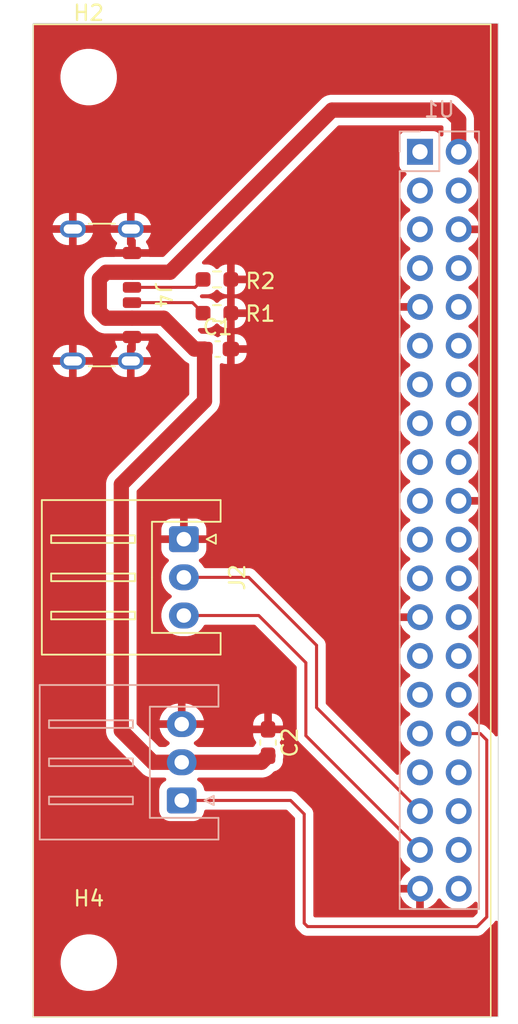
<source format=kicad_pcb>
(kicad_pcb (version 20240108) (generator "pcbnew") (generator_version "8.0")
  (layers (0 "F.Cu" signal) (31 "B.Cu" signal) (34 "B.Paste" user) (35 "F.Paste" user) (36 "B.SilkS" user "B.Silkscreen") (37 "F.SilkS" user "F.Silkscreen") (38 "B.Mask" user) (39 "F.Mask" user) (44 "Edge.Cuts" user))
  (net 0 "")
  (net 1 "+5V")
  (net 2 "GND")
  (net 3 "LED_Success")
  (net 4 "LED_Failure")
  (net 5 "Servo_sig")
  (net 15 "Net-(J4-CC2)")
  (net 27 "Net-(J4-CC1)")
  (footprint "Connector_JST:JST_XH_S3B-XH-A_1x03_P2.50mm_Horizontal" (layer "F.Cu") (at 134.38 78.71 -90)
    (property "Reference" "J2" (at 2.5 -3.5 90) (layer "F.SilkS"))
    (property "Value" "LED")
    (fp_line (start -2.56 9.31) (end -2.56 -2.41) (stroke (width 0.12)) (layer "F.SilkS"))
    (fp_line (start 2.5 9.31) (end -2.56 9.31) (stroke (width 0.12)) (layer "F.SilkS"))
    (fp_line (start 2.5 9.31) (end 7.56 9.31) (stroke (width 0.12)) (layer "F.SilkS"))
    (fp_line (start 7.56 9.31) (end 7.56 -2.41) (stroke (width 0.12)) (layer "F.SilkS"))
    (fp_line (start -0.25 8.7) (end 0.25 8.7) (stroke (width 0.12)) (layer "F.SilkS"))
    (fp_line (start 0.25 8.7) (end 0.25 3.2) (stroke (width 0.12)) (layer "F.SilkS"))
    (fp_line (start 2.25 8.7) (end 2.75 8.7) (stroke (width 0.12)) (layer "F.SilkS"))
    (fp_line (start 2.75 8.7) (end 2.75 3.2) (stroke (width 0.12)) (layer "F.SilkS"))
    (fp_line (start 4.75 8.7) (end 5.25 8.7) (stroke (width 0.12)) (layer "F.SilkS"))
    (fp_line (start 5.25 8.7) (end 5.25 3.2) (stroke (width 0.12)) (layer "F.SilkS"))
    (fp_line (start -0.25 3.2) (end -0.25 8.7) (stroke (width 0.12)) (layer "F.SilkS"))
    (fp_line (start 0.25 3.2) (end -0.25 3.2) (stroke (width 0.12)) (layer "F.SilkS"))
    (fp_line (start 2.25 3.2) (end 2.25 8.7) (stroke (width 0.12)) (layer "F.SilkS"))
    (fp_line (start 2.75 3.2) (end 2.25 3.2) (stroke (width 0.12)) (layer "F.SilkS"))
    (fp_line (start 4.75 3.2) (end 4.75 8.7) (stroke (width 0.12)) (layer "F.SilkS"))
    (fp_line (start 5.25 3.2) (end 4.75 3.2) (stroke (width 0.12)) (layer "F.SilkS"))
    (fp_line (start -1.14 2.09) (end 2.5 2.09) (stroke (width 0.12)) (layer "F.SilkS"))
    (fp_line (start 6.14 2.09) (end 2.5 2.09) (stroke (width 0.12)) (layer "F.SilkS"))
    (fp_line (start 0 -1.5) (end -0.3 -2.1) (stroke (width 0.12)) (layer "F.SilkS"))
    (fp_line (start -0.3 -2.1) (end 0.3 -2.1) (stroke (width 0.12)) (layer "F.SilkS"))
    (fp_line (start 0.3 -2.1) (end 0 -1.5) (stroke (width 0.12)) (layer "F.SilkS"))
    (fp_line (start -2.56 -2.41) (end -1.14 -2.41) (stroke (width 0.12)) (layer "F.SilkS"))
    (fp_line (start -1.14 -2.41) (end -1.14 2.09) (stroke (width 0.12)) (layer "F.SilkS"))
    (fp_line (start 6.14 -2.41) (end 6.14 2.09) (stroke (width 0.12)) (layer "F.SilkS"))
    (fp_line (start 7.56 -2.41) (end 6.14 -2.41) (stroke (width 0.12)) (layer "F.SilkS"))
    (pad "1" thru_hole roundrect (at 0 0 270) (size 1.7 1.95) (drill 0.95) (layers "*.Cu" "*.Mask") (roundrect_rratio 0.147059) (net 2 "GND"))
    (pad "2" thru_hole oval (at 2.5 0 270) (size 1.7 1.95) (drill 0.95) (layers "*.Cu" "*.Mask") (net 3 "LED_Success"))
    (pad "3" thru_hole oval (at 5 0 270) (size 1.7 1.95) (drill 0.95) (layers "*.Cu" "*.Mask") (net 4 "LED_Failure"))
  )
  (footprint "MountingHole:MountingHole_3.2mm_M3" (layer "F.Cu") (at 128.15 106.44)
    (property "Reference" "H4" (at 0 -4.2 0) (layer "F.SilkS"))
    (property "Value" "MountingHole" (hide yes))
    (pad "" np_thru_hole circle (at 0 0) (size 3.2 3.2) (drill 3.2) (layers "*.Cu" "*.Mask"))
  )
  (footprint "Capacitor_SMD:C_0603_1608Metric_Pad1.08x0.95mm_HandSolder" (layer "F.Cu") (at 139.9 92.0275 -90)
    (property "Reference" "C2" (at 0 -1.43 90) (layer "F.SilkS"))
    (property "Value" "2.2u")
    (fp_line (start -0.146267 0.51) (end 0.146267 0.51) (stroke (width 0.12)) (layer "F.SilkS"))
    (fp_line (start -0.146267 -0.51) (end 0.146267 -0.51) (stroke (width 0.12)) (layer "F.SilkS"))
    (pad "1" smd roundrect (at -0.8625 0 270) (size 1.075 0.95) (layers "F.Cu" "F.Paste" "F.Mask") (net 2 "GND"))
    (pad "2" smd roundrect (at 0.8625 0 270) (size 1.075 0.95) (layers "F.Cu" "F.Paste" "F.Mask") (net 1 "+5V"))
  )
  (footprint "MountingHole:MountingHole_3.2mm_M3" (layer "F.Cu") (at 128.14 48.45)
    (property "Reference" "H2" (at 0 -4.2 0) (layer "F.SilkS"))
    (property "Value" "MountingHole")
    (pad "" np_thru_hole circle (at 0 0) (size 3.2 3.2) (drill 3.2) (layers "*.Cu" "*.Mask"))
  )
  (footprint "Resistor_SMD:R_0603_1608Metric_Pad0.98x0.95mm_HandSolder" (layer "F.Cu") (at 136.55 63.91)
    (property "Reference" "R1" (at 2.84 0.04 0) (layer "F.SilkS"))
    (property "Value" "5.1k")
    (fp_line (start -0.254724 -0.5225) (end 0.254724 -0.5225) (stroke (width 0.12)) (layer "F.SilkS"))
    (fp_line (start -0.254724 0.5225) (end 0.254724 0.5225) (stroke (width 0.12)) (layer "F.SilkS"))
    (pad "1" smd roundrect (at -0.9125 0) (size 0.975 0.95) (layers "F.Cu" "F.Paste" "F.Mask") (net 15 "Net-(J4-CC2)"))
    (pad "2" smd roundrect (at 0.9125 0) (size 0.975 0.95) (layers "F.Cu" "F.Paste" "F.Mask") (net 2 "GND"))
  )
  (footprint "Connector_USB:USB_C_Receptacle_GCT_USB4125-xx-x_6P_TopMnt_Horizontal" (layer "F.Cu") (at 127.9 62.72 -90)
    (property "Reference" "J4" (at 0 -5.1 -90) (layer "F.SilkS"))
    (property "Value" "USB_C_Receptacle_PowerOnly_6P")
    (fp_line (start -4.67 -0.25) (end -4.67 -1.95) (stroke (width 0.12)) (layer "F.SilkS"))
    (fp_line (start 4.67 -0.25) (end 4.67 -1.95) (stroke (width 0.12)) (layer "F.SilkS"))
    (pad "A5" smd roundrect (at -0.5 -3.08 270) (size 0.7 1.2) (layers "F.Cu" "F.Paste" "F.Mask") (net 27 "Net-(J4-CC1)"))
    (pad "A9" smd roundrect (at 1.52 -3.08 90) (size 0.76 1.2) (layers "F.Cu" "F.Paste" "F.Mask") (net 1 "+5V"))
    (pad "A12" smd roundrect (at 2.75 -3.08 90) (size 0.8 1.2) (layers "F.Cu" "F.Paste" "F.Mask") (net 2 "GND"))
    (pad "B5" smd roundrect (at 0.5 -3.08 90) (size 0.7 1.2) (layers "F.Cu" "F.Paste" "F.Mask") (net 15 "Net-(J4-CC2)"))
    (pad "B9" smd roundrect (at -1.52 -3.08 270) (size 0.76 1.2) (layers "F.Cu" "F.Paste" "F.Mask") (net 1 "+5V"))
    (pad "B12" smd roundrect (at -2.75 -3.08 270) (size 0.8 1.2) (layers "F.Cu" "F.Paste" "F.Mask") (net 2 "GND"))
    (pad "S1" thru_hole oval (at -4.32 -3 270) (size 1.1 1.7) (drill oval 0.6 1.2) (layers "*.Cu" "*.Mask" "F.Paste") (net 2 "GND"))
    (pad "S1" thru_hole oval (at -4.32 0.8 270) (size 1.1 1.7) (drill oval 0.6 1.2) (layers "*.Cu" "*.Mask" "F.Paste") (net 2 "GND"))
    (pad "S1" thru_hole oval (at 4.32 -3 270) (size 1.1 1.7) (drill oval 0.6 1.2) (layers "*.Cu" "*.Mask" "F.Paste") (net 2 "GND"))
    (pad "S1" thru_hole oval (at 4.32 0.8 270) (size 1.1 1.7) (drill oval 0.6 1.2) (layers "*.Cu" "*.Mask" "F.Paste") (net 2 "GND"))
  )
  (footprint "Capacitor_SMD:C_0603_1608Metric_Pad1.08x0.95mm_HandSolder" (layer "F.Cu") (at 136.5975 66.26)
    (property "Reference" "C1" (at 0 -1.43 0) (layer "F.SilkS"))
    (property "Value" "2.2u")
    (fp_line (start -0.146267 -0.51) (end 0.146267 -0.51) (stroke (width 0.12)) (layer "F.SilkS"))
    (fp_line (start -0.146267 0.51) (end 0.146267 0.51) (stroke (width 0.12)) (layer "F.SilkS"))
    (pad "1" smd roundrect (at -0.8625 0) (size 1.075 0.95) (layers "F.Cu" "F.Paste" "F.Mask") (net 1 "+5V"))
    (pad "2" smd roundrect (at 0.8625 0) (size 1.075 0.95) (layers "F.Cu" "F.Paste" "F.Mask") (net 2 "GND"))
  )
  (footprint "Resistor_SMD:R_0603_1608Metric_Pad0.98x0.95mm_HandSolder" (layer "F.Cu") (at 136.55 61.7)
    (property "Reference" "R2" (at 2.85 0.11 0) (layer "F.SilkS"))
    (property "Value" "5.1k")
    (fp_line (start -0.254724 -0.5225) (end 0.254724 -0.5225) (stroke (width 0.12)) (layer "F.SilkS"))
    (fp_line (start -0.254724 0.5225) (end 0.254724 0.5225) (stroke (width 0.12)) (layer "F.SilkS"))
    (pad "1" smd roundrect (at -0.9125 0) (size 0.975 0.95) (layers "F.Cu" "F.Paste" "F.Mask") (net 27 "Net-(J4-CC1)"))
    (pad "2" smd roundrect (at 0.9125 0) (size 0.975 0.95) (layers "F.Cu" "F.Paste" "F.Mask") (net 2 "GND"))
  )
  (footprint "Connector_PinSocket_2.54mm:PinSocket_2x20_P2.54mm_Vertical" (layer "B.Cu") (at 149.86 53.34 180)
    (property "Reference" "U1" (at -1.27 2.77 180) (layer "B.SilkS") (effects (justify mirror)))
    (property "Value" "~")
    (fp_line (start 1.33 1.33) (end 0 1.33) (stroke (width 0.12)) (layer "B.SilkS"))
    (fp_line (start 1.33 0) (end 1.33 1.33) (stroke (width 0.12)) (layer "B.SilkS"))
    (fp_line (start 1.33 -1.27) (end -1.27 -1.27) (stroke (width 0.12)) (layer "B.SilkS"))
    (fp_line (start 1.33 -49.59) (end 1.33 -1.27) (stroke (width 0.12)) (layer "B.SilkS"))
    (fp_line (start 1.33 -49.59) (end -3.87 -49.59) (stroke (width 0.12)) (layer "B.SilkS"))
    (fp_line (start -1.27 1.33) (end -3.87 1.33) (stroke (width 0.12)) (layer "B.SilkS"))
    (fp_line (start -1.27 -1.27) (end -1.27 1.33) (stroke (width 0.12)) (layer "B.SilkS"))
    (fp_line (start -3.87 -49.59) (end -3.87 1.33) (stroke (width 0.12)) (layer "B.SilkS"))
    (pad "1" thru_hole rect (at 0 0 180) (size 1.7 1.7) (drill 1) (layers "*.Cu" "*.Mask"))
    (pad "2" thru_hole oval (at -2.54 0 180) (size 1.7 1.7) (drill 1) (layers "*.Cu" "*.Mask") (net 1 "+5V"))
    (pad "3" thru_hole oval (at 0 -2.54 180) (size 1.7 1.7) (drill 1) (layers "*.Cu" "*.Mask"))
    (pad "4" thru_hole oval (at -2.54 -2.54 180) (size 1.7 1.7) (drill 1) (layers "*.Cu" "*.Mask"))
    (pad "5" thru_hole oval (at 0 -5.08 180) (size 1.7 1.7) (drill 1) (layers "*.Cu" "*.Mask"))
    (pad "6" thru_hole oval (at -2.54 -5.08 180) (size 1.7 1.7) (drill 1) (layers "*.Cu" "*.Mask") (net 2 "GND"))
    (pad "7" thru_hole oval (at 0 -7.62 180) (size 1.7 1.7) (drill 1) (layers "*.Cu" "*.Mask"))
    (pad "8" thru_hole oval (at -2.54 -7.62 180) (size 1.7 1.7) (drill 1) (layers "*.Cu" "*.Mask"))
    (pad "9" thru_hole oval (at 0 -10.16 180) (size 1.7 1.7) (drill 1) (layers "*.Cu" "*.Mask") (net 2 "GND"))
    (pad "10" thru_hole oval (at -2.54 -10.16 180) (size 1.7 1.7) (drill 1) (layers "*.Cu" "*.Mask"))
    (pad "11" thru_hole oval (at 0 -12.7 180) (size 1.7 1.7) (drill 1) (layers "*.Cu" "*.Mask"))
    (pad "12" thru_hole oval (at -2.54 -12.7 180) (size 1.7 1.7) (drill 1) (layers "*.Cu" "*.Mask"))
    (pad "13" thru_hole oval (at 0 -15.24 180) (size 1.7 1.7) (drill 1) (layers "*.Cu" "*.Mask"))
    (pad "14" thru_hole oval (at -2.54 -15.24 180) (size 1.7 1.7) (drill 1) (layers "*.Cu" "*.Mask"))
    (pad "15" thru_hole oval (at 0 -17.78 180) (size 1.7 1.7) (drill 1) (layers "*.Cu" "*.Mask"))
    (pad "16" thru_hole oval (at -2.54 -17.78 180) (size 1.7 1.7) (drill 1) (layers "*.Cu" "*.Mask"))
    (pad "17" thru_hole oval (at 0 -20.32 180) (size 1.7 1.7) (drill 1) (layers "*.Cu" "*.Mask"))
    (pad "18" thru_hole oval (at -2.54 -20.32 180) (size 1.7 1.7) (drill 1) (layers "*.Cu" "*.Mask"))
    (pad "19" thru_hole oval (at 0 -22.86 180) (size 1.7 1.7) (drill 1) (layers "*.Cu" "*.Mask"))
    (pad "20" thru_hole oval (at -2.54 -22.86 180) (size 1.7 1.7) (drill 1) (layers "*.Cu" "*.Mask") (net 2 "GND"))
    (pad "21" thru_hole oval (at 0 -25.4 180) (size 1.7 1.7) (drill 1) (layers "*.Cu" "*.Mask"))
    (pad "22" thru_hole oval (at -2.54 -25.4 180) (size 1.7 1.7) (drill 1) (layers "*.Cu" "*.Mask"))
    (pad "23" thru_hole oval (at 0 -27.94 180) (size 1.7 1.7) (drill 1) (layers "*.Cu" "*.Mask"))
    (pad "24" thru_hole oval (at -2.54 -27.94 180) (size 1.7 1.7) (drill 1) (layers "*.Cu" "*.Mask"))
    (pad "25" thru_hole oval (at 0 -30.48 180) (size 1.7 1.7) (drill 1) (layers "*.Cu" "*.Mask") (net 2 "GND"))
    (pad "26" thru_hole oval (at -2.54 -30.48 180) (size 1.7 1.7) (drill 1) (layers "*.Cu" "*.Mask"))
    (pad "27" thru_hole oval (at 0 -33.02 180) (size 1.7 1.7) (drill 1) (layers "*.Cu" "*.Mask"))
    (pad "28" thru_hole oval (at -2.54 -33.02 180) (size 1.7 1.7) (drill 1) (layers "*.Cu" "*.Mask"))
    (pad "29" thru_hole oval (at 0 -35.56 180) (size 1.7 1.7) (drill 1) (layers "*.Cu" "*.Mask"))
    (pad "30" thru_hole oval (at -2.54 -35.56 180) (size 1.7 1.7) (drill 1) (layers "*.Cu" "*.Mask"))
    (pad "31" thru_hole oval (at 0 -38.1 180) (size 1.7 1.7) (drill 1) (layers "*.Cu" "*.Mask"))
    (pad "32" thru_hole oval (at -2.54 -38.1 180) (size 1.7 1.7) (drill 1) (layers "*.Cu" "*.Mask") (net 5 "Servo_sig"))
    (pad "33" thru_hole oval (at 0 -40.64 180) (size 1.7 1.7) (drill 1) (layers "*.Cu" "*.Mask"))
    (pad "34" thru_hole oval (at -2.54 -40.64 180) (size 1.7 1.7) (drill 1) (layers "*.Cu" "*.Mask"))
    (pad "35" thru_hole oval (at 0 -43.18 180) (size 1.7 1.7) (drill 1) (layers "*.Cu" "*.Mask") (net 3 "LED_Success"))
    (pad "36" thru_hole oval (at -2.54 -43.18 180) (size 1.7 1.7) (drill 1) (layers "*.Cu" "*.Mask"))
    (pad "37" thru_hole oval (at 0 -45.72 180) (size 1.7 1.7) (drill 1) (layers "*.Cu" "*.Mask") (net 4 "LED_Failure"))
    (pad "38" thru_hole oval (at -2.54 -45.72 180) (size 1.7 1.7) (drill 1) (layers "*.Cu" "*.Mask"))
    (pad "39" thru_hole oval (at 0 -48.26 180) (size 1.7 1.7) (drill 1) (layers "*.Cu" "*.Mask") (net 2 "GND"))
    (pad "40" thru_hole oval (at -2.54 -48.26 180) (size 1.7 1.7) (drill 1) (layers "*.Cu" "*.Mask"))
  )
  (footprint "Connector_JST:JST_XH_S3B-XH-A_1x03_P2.50mm_Horizontal" (layer "B.Cu") (at 134.24 95.82 90)
    (property "Reference" "J3" (hide yes))
    (property "Value" "Servo")
    (fp_line (start 7.56 -9.31) (end 2.5 -9.31) (stroke (width 0.12)) (layer "B.SilkS"))
    (fp_line (start -2.56 -9.31) (end 2.5 -9.31) (stroke (width 0.12)) (layer "B.SilkS"))
    (fp_line (start 5.25 -8.7) (end 4.75 -8.7) (stroke (width 0.12)) (layer "B.SilkS"))
    (fp_line (start 4.75 -8.7) (end 4.75 -3.2) (stroke (width 0.12)) (layer "B.SilkS"))
    (fp_line (start 2.75 -8.7) (end 2.25 -8.7) (stroke (width 0.12)) (layer "B.SilkS"))
    (fp_line (start 2.25 -8.7) (end 2.25 -3.2) (stroke (width 0.12)) (layer "B.SilkS"))
    (fp_line (start 0.25 -8.7) (end -0.25 -8.7) (stroke (width 0.12)) (layer "B.SilkS"))
    (fp_line (start -0.25 -8.7) (end -0.25 -3.2) (stroke (width 0.12)) (layer "B.SilkS"))
    (fp_line (start 5.25 -3.2) (end 5.25 -8.7) (stroke (width 0.12)) (layer "B.SilkS"))
    (fp_line (start 4.75 -3.2) (end 5.25 -3.2) (stroke (width 0.12)) (layer "B.SilkS"))
    (fp_line (start 2.75 -3.2) (end 2.75 -8.7) (stroke (width 0.12)) (layer "B.SilkS"))
    (fp_line (start 2.25 -3.2) (end 2.75 -3.2) (stroke (width 0.12)) (layer "B.SilkS"))
    (fp_line (start 0.25 -3.2) (end 0.25 -8.7) (stroke (width 0.12)) (layer "B.SilkS"))
    (fp_line (start -0.25 -3.2) (end 0.25 -3.2) (stroke (width 0.12)) (layer "B.SilkS"))
    (fp_line (start 6.14 -2.09) (end 6.14 2.41) (stroke (width 0.12)) (layer "B.SilkS"))
    (fp_line (start 2.5 -2.09) (end 6.14 -2.09) (stroke (width 0.12)) (layer "B.SilkS"))
    (fp_line (start 2.5 -2.09) (end -1.14 -2.09) (stroke (width 0.12)) (layer "B.SilkS"))
    (fp_line (start -1.14 -2.09) (end -1.14 2.41) (stroke (width 0.12)) (layer "B.SilkS"))
    (fp_line (start 0 1.5) (end 0.3 2.1) (stroke (width 0.12)) (layer "B.SilkS"))
    (fp_line (start 0.3 2.1) (end -0.3 2.1) (stroke (width 0.12)) (layer "B.SilkS"))
    (fp_line (start -0.3 2.1) (end 0 1.5) (stroke (width 0.12)) (layer "B.SilkS"))
    (fp_line (start 7.56 2.41) (end 7.56 -9.31) (stroke (width 0.12)) (layer "B.SilkS"))
    (fp_line (start 6.14 2.41) (end 7.56 2.41) (stroke (width 0.12)) (layer "B.SilkS"))
    (fp_line (start -1.14 2.41) (end -2.56 2.41) (stroke (width 0.12)) (layer "B.SilkS"))
    (fp_line (start -2.56 2.41) (end -2.56 -9.31) (stroke (width 0.12)) (layer "B.SilkS"))
    (pad "1" thru_hole roundrect (at 0 0 90) (size 1.7 1.95) (drill 0.95) (layers "*.Cu" "*.Mask") (roundrect_rratio 0.147059) (net 5 "Servo_sig"))
    (pad "2" thru_hole oval (at 2.5 0 90) (size 1.7 1.95) (drill 0.95) (layers "*.Cu" "*.Mask") (net 1 "+5V"))
    (pad "3" thru_hole oval (at 5 0 90) (size 1.7 1.95) (drill 0.95) (layers "*.Cu" "*.Mask") (net 2 "GND"))
  )
  (gr_rect (start 124.5 45) (end 154.5 110) (stroke (width 0.1)) (fill none) (layer "F.SilkS"))
  (gr_rect (start 124.5 44.93) (end 154.99 109.99) (stroke (width 0.05)) (fill none) (layer "Edge.Cuts"))
  (segment (start 129.27 64.24) (end 128.84 63.81) (width 1) (layer "F.Cu") (net 1))
  (segment (start 133.47 61.23) (end 144.09 50.61) (width 1) (layer "F.Cu") (net 1))
  (segment (start 130.98 64.24) (end 133.06 64.24) (width 1) (layer "F.Cu") (net 1))
  (segment (start 130.28 91.25) (end 130.28 75.12) (width 1) (layer "F.Cu") (net 1))
  (segment (start 133.06 64.24) (end 135.08 66.26) (width 1) (layer "F.Cu") (net 1))
  (segment (start 151.77 50.61) (end 152.4 51.24) (width 1) (layer "F.Cu") (net 1))
  (segment (start 128.84 63.81) (end 128.84 61.67) (width 1) (layer "F.Cu") (net 1))
  (segment (start 144.09 50.61) (end 151.77 50.61) (width 1) (layer "F.Cu") (net 1))
  (segment (start 134.24 93.32) (end 132.35 93.32) (width 1) (layer "F.Cu") (net 1))
  (segment (start 130.98 64.24) (end 129.27 64.24) (width 1) (layer "F.Cu") (net 1))
  (segment (start 132.35 93.32) (end 130.28 91.25) (width 1) (layer "F.Cu") (net 1))
  (segment (start 134.24 93.32) (end 139.47 93.32) (width 1) (layer "F.Cu") (net 1))
  (segment (start 139.47 93.32) (end 139.9 92.89) (width 1) (layer "F.Cu") (net 1))
  (segment (start 135.08 66.26) (end 135.735 66.26) (width 1) (layer "F.Cu") (net 1))
  (segment (start 129.28 61.23) (end 131.01 61.23) (width 1) (layer "F.Cu") (net 1))
  (segment (start 130.28 75.12) (end 135.735 69.665) (width 1) (layer "F.Cu") (net 1))
  (segment (start 135.735 69.665) (end 135.735 66.26) (width 1) (layer "F.Cu") (net 1))
  (segment (start 128.84 61.67) (end 129.28 61.23) (width 1) (layer "F.Cu") (net 1))
  (segment (start 152.4 51.24) (end 152.4 53.34) (width 1) (layer "F.Cu") (net 1))
  (segment (start 131.01 61.23) (end 133.47 61.23) (width 1) (layer "F.Cu") (net 1))
  (segment (start 130.98 61.2) (end 131.01 61.23) (width 0.2) (layer "F.Cu") (net 1))
  (segment (start 138.63 81.21) (end 143.08 85.66) (width 0.2) (layer "F.Cu") (net 3))
  (segment (start 134.38 81.21) (end 138.63 81.21) (width 0.2) (layer "F.Cu") (net 3))
  (segment (start 143.08 85.66) (end 143.08 89.74) (width 0.2) (layer "F.Cu") (net 3))
  (segment (start 143.08 89.74) (end 149.86 96.52) (width 0.2) (layer "F.Cu") (net 3))
  (segment (start 139.29 83.71) (end 142.38 86.8) (width 0.2) (layer "F.Cu") (net 4))
  (segment (start 134.38 83.71) (end 139.29 83.71) (width 0.2) (layer "F.Cu") (net 4))
  (segment (start 142.38 86.8) (end 142.38 91.58) (width 0.2) (layer "F.Cu") (net 4))
  (segment (start 142.38 91.58) (end 149.86 99.06) (width 0.2) (layer "F.Cu") (net 4))
  (segment (start 142.27 103.86) (end 142.49 104.08) (width 0.2) (layer "F.Cu") (net 5))
  (segment (start 141.38 95.82) (end 142.27 96.71) (width 0.2) (layer "F.Cu") (net 5))
  (segment (start 134.24 95.82) (end 141.38 95.82) (width 0.2) (layer "F.Cu") (net 5))
  (segment (start 154.24 91.87) (end 153.81 91.44) (width 0.2) (layer "F.Cu") (net 5))
  (segment (start 142.27 96.71) (end 142.27 103.86) (width 0.2) (layer "F.Cu") (net 5))
  (segment (start 154.24 103.45) (end 154.24 91.87) (width 0.2) (layer "F.Cu") (net 5))
  (segment (start 142.49 104.08) (end 153.61 104.08) (width 0.2) (layer "F.Cu") (net 5))
  (segment (start 153.61 104.08) (end 154.24 103.45) (width 0.2) (layer "F.Cu") (net 5))
  (segment (start 153.81 91.44) (end 152.4 91.44) (width 0.2) (layer "F.Cu") (net 5))
  (segment (start 130.98 63.22) (end 134.9475 63.22) (width 0.2) (layer "F.Cu") (net 15))
  (segment (start 134.9475 63.22) (end 135.6375 63.91) (width 0.2) (layer "F.Cu") (net 15))
  (segment (start 135.1175 62.22) (end 135.6375 61.7) (width 0.2) (layer "F.Cu") (net 27))
  (segment (start 130.98 62.22) (end 135.1175 62.22) (width 0.2) (layer "F.Cu") (net 27))
  (zone (net 2) (net_name "GND") (layer "F.Cu") (connect_pads (clearance 0.5)) (min_thickness 0.25) (fill yes (thermal_gap 0.5) (thermal_bridge_width 0.5))
    (polygon (pts (xy 123.7 43.8) (xy 156.1 43.7) (xy 156.3 110.47) (xy 123.7 110.4)))
  )
)
</source>
